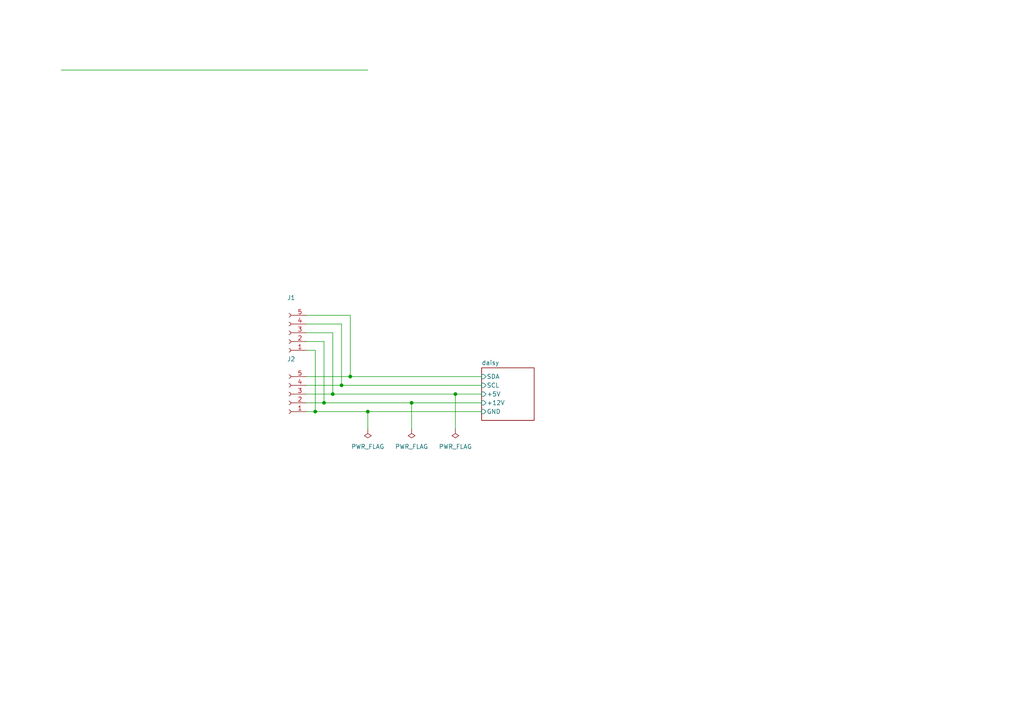
<source format=kicad_sch>
(kicad_sch (version 20211123) (generator eeschema)
  (paper "A4")
  (title_block (title "ANDYVISION Button Controller") (date "2/15/2023") (rev "2.0"))
  (lib_symbols
    (symbol "Connector:Conn_01x05_Female" (pin_names (offset 1.016) hide)
      (property "Reference" "J" (at 0 7.62 0))
      (property "Value" "Conn_01x05_Female" (at 0 -7.62 0))
      (symbol "Conn_01x05_Female_1_1"
        (arc (start 0 -4.572) (mid -0.508 -5.08) (end 0 -5.588) (stroke (width 0.1524)))
        (arc (start 0 -2.032) (mid -0.508 -2.54) (end 0 -3.048) (stroke (width 0.1524)))
        (polyline (pts (xy -1.27 -5.08) (xy -0.508 -5.08)) (stroke (width 0.1524)))
        (polyline (pts (xy -1.27 -2.54) (xy -0.508 -2.54)) (stroke (width 0.1524)))
        (polyline (pts (xy -1.27 0) (xy -0.508 0)) (stroke (width 0.1524)))
        (polyline (pts (xy -1.27 2.54) (xy -0.508 2.54)) (stroke (width 0.1524)))
        (polyline (pts (xy -1.27 5.08) (xy -0.508 5.08)) (stroke (width 0.1524)))
        (arc (start 0 0.508) (mid -0.508 0) (end 0 -0.508) (stroke (width 0.1524)))
        (arc (start 0 3.048) (mid -0.508 2.54) (end 0 2.032) (stroke (width 0.1524)))
        (arc (start 0 5.588) (mid -0.508 5.08) (end 0 4.572) (stroke (width 0.1524)))
        (pin passive line (at -5.08 5.08 0) (length 3.81) (name "Pin_1") (number "1"))
        (pin passive line (at -5.08 2.54 0) (length 3.81) (name "Pin_2") (number "2"))
        (pin passive line (at -5.08 0 0) (length 3.81) (name "Pin_3") (number "3"))
        (pin passive line (at -5.08 -2.54 0) (length 3.81) (name "Pin_4") (number "4"))
        (pin passive line (at -5.08 -5.08 0) (length 3.81) (name "Pin_5") (number "5"))
      )
    )
    (symbol "power:PWR_FLAG" (power) (pin_numbers hide) (pin_names (offset 0) hide)
      (property "Value" "PWR_FLAG" (at 0 3.81 0))
      (symbol "PWR_FLAG_0_0"
        (pin power_out line (at 0 0 90) (length 0) (name "pwr") (number "1"))
      )
      (symbol "PWR_FLAG_0_1"
        (polyline (pts (xy 0 0) (xy 0 1.27) (xy -1.016 1.905) (xy 0 2.54) (xy 1.016 1.905) (xy 0 1.27)))
      )
    )
  )
  (junction (at 119.38 116.84))
  (junction (at 101.6 109.22))
  (junction (at 91.44 119.38))
  (junction (at 132.08 114.3))
  (junction (at 99.06 111.76))
  (junction (at 96.52 114.3))
  (junction (at 93.98 116.84))
  (junction (at 106.68 119.38))
  (wire (pts (xy 91.44 101.6) (xy 91.44 119.38)))
  (wire (pts (xy 93.98 99.06) (xy 93.98 116.84)))
  (wire (pts (xy 101.6 91.44) (xy 101.6 109.22)))
  (wire (pts (xy 88.9 114.3) (xy 96.52 114.3)))
  (wire (pts (xy 101.6 109.22) (xy 139.7 109.22)))
  (wire (pts (xy 88.9 119.38) (xy 91.44 119.38)))
  (wire (pts (xy 88.9 101.6) (xy 91.44 101.6)))
  (wire (pts (xy 119.38 116.84) (xy 139.7 116.84)))
  (wire (pts (xy 106.68 119.38) (xy 139.7 119.38)))
  (wire (pts (xy 88.9 116.84) (xy 93.98 116.84)))
  (wire (pts (xy 88.9 109.22) (xy 101.6 109.22)))
  (wire (pts (xy 88.9 91.44) (xy 101.6 91.44)))
  (wire (pts (xy 88.9 96.52) (xy 96.52 96.52)))
  (wire (pts (xy 17.78 20.32) (xy 106.68 20.32)))
  (wire (pts (xy 99.06 111.76) (xy 139.7 111.76)))
  (wire (pts (xy 93.98 116.84) (xy 119.38 116.84)))
  (wire (pts (xy 96.52 114.3) (xy 132.08 114.3)))
  (wire (pts (xy 96.52 96.52) (xy 96.52 114.3)))
  (wire (pts (xy 119.38 116.84) (xy 119.38 124.46)))
  (wire (pts (xy 132.08 114.3) (xy 132.08 124.46)))
  (wire (pts (xy 88.9 111.76) (xy 99.06 111.76)))
  (wire (pts (xy 106.68 119.38) (xy 106.68 124.46)))
  (wire (pts (xy 132.08 114.3) (xy 139.7 114.3)))
  (wire (pts (xy 88.9 99.06) (xy 93.98 99.06)))
  (wire (pts (xy 88.9 93.98) (xy 99.06 93.98)))
  (wire (pts (xy 91.44 119.38) (xy 106.68 119.38)))
  (wire (pts (xy 99.06 93.98) (xy 99.06 111.76)))
  (symbol (lib_id "power:PWR_FLAG") (at 106.68 124.46 0) (mirror x) (unit 1)
    (property "Reference" "#FLG01" (effects hide))
    (property "Value" "PWR_FLAG" (at 106.68 129.54 0))
  )
  (symbol (lib_id "Connector:Conn_01x05_Female") (at 83.82 96.52 180) (unit 1)
    (property "Reference" "J1" (at 84.455 86.36 0))
    (property "Value" "Conn_01x05_Female" (effects hide))
    (property "Footprint" "Connector_JST:JST_XH_B5B-XH-A_1x05_P2.50mm_Vertical" (effects hide))
  )
  (symbol (lib_id "power:PWR_FLAG") (at 119.38 124.46 0) (mirror x) (unit 1)
    (property "Reference" "#FLG02" (effects hide))
    (property "Value" "PWR_FLAG" (at 119.38 129.54 0))
  )
  (symbol (lib_id "Connector:Conn_01x05_Female") (at 83.82 114.3 180) (unit 1)
    (property "Reference" "J2" (at 84.455 104.14 0))
    (property "Value" "Conn_01x05_Female" (effects hide))
    (property "Footprint" "Connector_JST:JST_XH_B5B-XH-A_1x05_P2.50mm_Vertical" (effects hide))
  )
  (symbol (lib_id "power:PWR_FLAG") (at 132.08 124.46 0) (mirror x) (unit 1)
    (property "Reference" "#FLG03" (effects hide))
    (property "Value" "PWR_FLAG" (at 132.08 129.54 0))
  )
  (sheet (at 139.7 106.68) (size 15.24 15.24) (stroke (width 0.1524))
    (property "Sheet name" "daisy" (at 139.7 105.9684 0) (effects (justify left bottom)))
    (property "Sheet file" "bank.kicad_sch" (effects hide))
    (pin "SDA" input (at 139.7 109.22 180))
    (pin "+5V" input (at 139.7 114.3 180))
    (pin "SCL" input (at 139.7 111.76 180))
    (pin "+12V" input (at 139.7 116.84 180))
    (pin "GND" input (at 139.7 119.38 180))
  )
)
</source>
